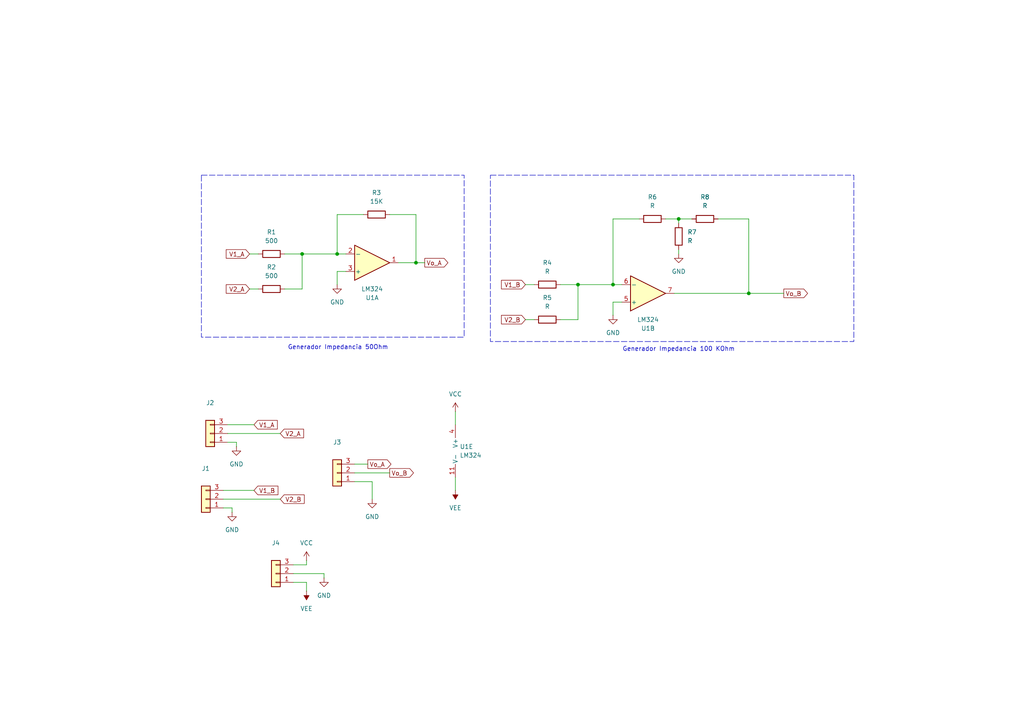
<source format=kicad_sch>
(kicad_sch (version 20231120) (generator "eeschema") (generator_version "8.0")
  (paper "A4")
  (title_block (title "Trabajo 2 SRA") (date "2024-11-25"))
  (lib_symbols
    (symbol "Amplifier_Operational:LM324" (pin_names (offset 0.127))
      (property "Reference" "U" (at 0 5.08 0))
      (property "Value" "LM324" (at 0 -5.08 0))
      (symbol "LM324_1_1"
        (polyline (pts (xy -5.08 5.08) (xy 5.08 0) (xy -5.08 -5.08) (xy -5.08 5.08)) (stroke (width 0.254)) (fill (type background)))
        (pin output line (at 7.62 0 180) (length 2.54) (name "~") (number "1"))
        (pin input line (at -7.62 -2.54 0) (length 2.54) (name "-") (number "2"))
        (pin input line (at -7.62 2.54 0) (length 2.54) (name "+") (number "3"))
      )
      (symbol "LM324_2_1"
        (polyline (pts (xy -5.08 5.08) (xy 5.08 0) (xy -5.08 -5.08) (xy -5.08 5.08)) (stroke (width 0.254)) (fill (type background)))
        (pin input line (at -7.62 2.54 0) (length 2.54) (name "+") (number "5"))
        (pin input line (at -7.62 -2.54 0) (length 2.54) (name "-") (number "6"))
        (pin output line (at 7.62 0 180) (length 2.54) (name "~") (number "7"))
      )
      (symbol "LM324_3_1"
        (polyline (pts (xy -5.08 5.08) (xy 5.08 0) (xy -5.08 -5.08) (xy -5.08 5.08)) (stroke (width 0.254)) (fill (type background)))
        (pin input line (at -7.62 2.54 0) (length 2.54) (name "+") (number "10"))
        (pin output line (at 7.62 0 180) (length 2.54) (name "~") (number "8"))
        (pin input line (at -7.62 -2.54 0) (length 2.54) (name "-") (number "9"))
      )
      (symbol "LM324_4_1"
        (polyline (pts (xy -5.08 5.08) (xy 5.08 0) (xy -5.08 -5.08) (xy -5.08 5.08)) (stroke (width 0.254)) (fill (type background)))
        (pin input line (at -7.62 2.54 0) (length 2.54) (name "+") (number "12"))
        (pin input line (at -7.62 -2.54 0) (length 2.54) (name "-") (number "13"))
        (pin output line (at 7.62 0 180) (length 2.54) (name "~") (number "14"))
      )
      (symbol "LM324_5_1"
        (pin power_in line (at -2.54 -7.62 90) (length 3.81) (name "V-") (number "11"))
        (pin power_in line (at -2.54 7.62 270) (length 3.81) (name "V+") (number "4"))
      )
    )
    (symbol "Connector_Generic:Conn_01x03" (pin_names (offset 1.016) hide)
      (property "Reference" "J" (at 0 5.08 0))
      (property "Value" "Conn_01x03" (at 0 -5.08 0))
      (symbol "Conn_01x03_1_1"
        (rectangle (start -1.27 -2.413) (end 0 -2.667) (stroke (width 0.1524)))
        (rectangle (start -1.27 0.127) (end 0 -0.127) (stroke (width 0.1524)))
        (rectangle (start -1.27 2.667) (end 0 2.413) (stroke (width 0.1524)))
        (rectangle (start -1.27 3.81) (end 1.27 -3.81) (stroke (width 0.254)) (fill (type background)))
        (pin passive line (at -5.08 2.54 0) (length 3.81) (name "Pin_1") (number "1"))
        (pin passive line (at -5.08 0 0) (length 3.81) (name "Pin_2") (number "2"))
        (pin passive line (at -5.08 -2.54 0) (length 3.81) (name "Pin_3") (number "3"))
      )
    )
    (symbol "Device:R" (pin_numbers hide) (pin_names (offset 0))
      (property "Reference" "R" (at 2.032 0 90))
      (property "Value" "R" (at 0 0 90))
      (symbol "R_0_1"
        (rectangle (start -1.016 -2.54) (end 1.016 2.54) (stroke (width 0.254)))
      )
      (symbol "R_1_1"
        (pin passive line (at 0 3.81 270) (length 1.27) (name "~") (number "1"))
        (pin passive line (at 0 -3.81 90) (length 1.27) (name "~") (number "2"))
      )
    )
    (symbol "power:GND" (power) (pin_numbers hide) (pin_names (offset 0) hide)
      (property "Value" "GND" (at 0 -3.81 0))
      (symbol "GND_0_1"
        (polyline (pts (xy 0 0) (xy 0 -1.27) (xy 1.27 -1.27) (xy 0 -2.54) (xy -1.27 -1.27) (xy 0 -1.27)))
      )
      (symbol "GND_1_1"
        (pin power_in line (at 0 0 270) (length 0) (name "~") (number "1"))
      )
    )
    (symbol "power:VCC" (power) (pin_numbers hide) (pin_names (offset 0) hide)
      (property "Value" "VCC" (at 0 3.556 0))
      (symbol "VCC_0_1"
        (polyline (pts (xy -0.762 1.27) (xy 0 2.54)))
        (polyline (pts (xy 0 0) (xy 0 2.54)))
        (polyline (pts (xy 0 2.54) (xy 0.762 1.27)))
      )
      (symbol "VCC_1_1"
        (pin power_in line (at 0 0 90) (length 0) (name "~") (number "1"))
      )
    )
    (symbol "power:VEE" (power) (pin_numbers hide) (pin_names (offset 0) hide)
      (property "Value" "VEE" (at 0 3.556 0))
      (symbol "VEE_0_1"
        (polyline (pts (xy 0 0) (xy 0 2.54)))
        (polyline (pts (xy 0.762 1.27) (xy -0.762 1.27) (xy 0 2.54) (xy 0.762 1.27)) (fill (type outline)))
      )
      (symbol "VEE_1_1"
        (pin power_in line (at 0 0 90) (length 0) (name "~") (number "1"))
      )
    )
  )
  (junction (at 120.65 76.2))
  (junction (at 97.79 73.66))
  (junction (at 87.63 73.66))
  (junction (at 177.8 82.55))
  (junction (at 167.64 82.55))
  (junction (at 196.85 63.5))
  (junction (at 217.17 85.09))
  (wire (pts (xy 97.79 82.55) (xy 97.79 78.74)))
  (wire (pts (xy 177.8 87.63) (xy 180.34 87.63)))
  (wire (pts (xy 82.55 73.66) (xy 87.63 73.66)))
  (wire (pts (xy 208.28 63.5) (xy 217.17 63.5)))
  (wire (pts (xy 88.9 168.91) (xy 88.9 171.45)))
  (wire (pts (xy 64.77 147.32) (xy 67.31 147.32)))
  (wire (pts (xy 162.56 82.55) (xy 167.64 82.55)))
  (wire (pts (xy 88.9 163.83) (xy 88.9 162.56)))
  (wire (pts (xy 167.64 92.71) (xy 167.64 82.55)))
  (wire (pts (xy 66.04 123.19) (xy 73.66 123.19)))
  (wire (pts (xy 185.42 63.5) (xy 177.8 63.5)))
  (wire (pts (xy 97.79 62.23) (xy 97.79 73.66)))
  (wire (pts (xy 97.79 78.74) (xy 100.33 78.74)))
  (wire (pts (xy 193.04 63.5) (xy 196.85 63.5)))
  (wire (pts (xy 64.77 142.24) (xy 73.66 142.24)))
  (wire (pts (xy 162.56 92.71) (xy 167.64 92.71)))
  (wire (pts (xy 85.09 168.91) (xy 88.9 168.91)))
  (wire (pts (xy 120.65 62.23) (xy 120.65 76.2)))
  (wire (pts (xy 85.09 166.37) (xy 93.98 166.37)))
  (wire (pts (xy 132.08 119.38) (xy 132.08 123.19)))
  (wire (pts (xy 72.39 73.66) (xy 74.93 73.66)))
  (wire (pts (xy 152.4 92.71) (xy 154.94 92.71)))
  (wire (pts (xy 102.87 134.62) (xy 106.68 134.62)))
  (wire (pts (xy 82.55 83.82) (xy 87.63 83.82)))
  (wire (pts (xy 87.63 83.82) (xy 87.63 73.66)))
  (wire (pts (xy 196.85 72.39) (xy 196.85 73.66)))
  (wire (pts (xy 177.8 91.44) (xy 177.8 87.63)))
  (wire (pts (xy 107.95 144.78) (xy 107.95 139.7)))
  (wire (pts (xy 68.58 128.27) (xy 68.58 129.54)))
  (wire (pts (xy 66.04 128.27) (xy 68.58 128.27)))
  (wire (pts (xy 97.79 73.66) (xy 100.33 73.66)))
  (wire (pts (xy 152.4 82.55) (xy 154.94 82.55)))
  (wire (pts (xy 177.8 82.55) (xy 180.34 82.55)))
  (wire (pts (xy 107.95 139.7) (xy 102.87 139.7)))
  (wire (pts (xy 64.77 144.78) (xy 81.28 144.78)))
  (wire (pts (xy 66.04 125.73) (xy 81.28 125.73)))
  (wire (pts (xy 177.8 63.5) (xy 177.8 82.55)))
  (wire (pts (xy 196.85 63.5) (xy 200.66 63.5)))
  (wire (pts (xy 113.03 62.23) (xy 120.65 62.23)))
  (wire (pts (xy 72.39 83.82) (xy 74.93 83.82)))
  (wire (pts (xy 120.65 76.2) (xy 115.57 76.2)))
  (wire (pts (xy 217.17 85.09) (xy 227.33 85.09)))
  (wire (pts (xy 132.08 138.43) (xy 132.08 142.24)))
  (wire (pts (xy 87.63 73.66) (xy 97.79 73.66)))
  (wire (pts (xy 105.41 62.23) (xy 97.79 62.23)))
  (wire (pts (xy 217.17 63.5) (xy 217.17 85.09)))
  (wire (pts (xy 102.87 137.16) (xy 113.03 137.16)))
  (wire (pts (xy 195.58 85.09) (xy 217.17 85.09)))
  (wire (pts (xy 120.65 76.2) (xy 123.19 76.2)))
  (wire (pts (xy 196.85 63.5) (xy 196.85 64.77)))
  (wire (pts (xy 67.31 147.32) (xy 67.31 148.59)))
  (wire (pts (xy 93.98 166.37) (xy 93.98 167.64)))
  (wire (pts (xy 85.09 163.83) (xy 88.9 163.83)))
  (wire (pts (xy 167.64 82.55) (xy 177.8 82.55)))
  (rectangle (start 58.42 50.8) (end 134.62 97.79) (stroke (width 0) (type dash)))
  (rectangle (start 142.24 50.8) (end 247.65 99.06) (stroke (width 0) (type dash)))
  (text "Generador Impedancia 100 KOhm" (at 196.85 101.346 0) (effects (font (size 1.27 1.27))))
  (text "Generador Impedancia 50Ohm" (at 98.044 100.838 0) (effects (font (size 1.27 1.27))))
  (global_label "V1_B" (shape input) (at 152.4 82.55 180) (property "Intersheetrefs" "${INTERSHEET_REFS}" (effects (hide yes))))
  (global_label "V1_A" (shape input) (at 72.39 73.66 180) (property "Intersheetrefs" "${INTERSHEET_REFS}" (effects (hide yes))))
  (global_label "V2_A" (shape input) (at 81.28 125.73 0) (property "Intersheetrefs" "${INTERSHEET_REFS}" (effects (hide yes))))
  (global_label "V2_B" (shape input) (at 81.28 144.78 0) (property "Intersheetrefs" "${INTERSHEET_REFS}" (effects (hide yes))))
  (global_label "V2_A" (shape input) (at 72.39 83.82 180) (property "Intersheetrefs" "${INTERSHEET_REFS}" (effects (hide yes))))
  (global_label "V1_A" (shape input) (at 73.66 123.19 0) (property "Intersheetrefs" "${INTERSHEET_REFS}" (effects (hide yes))))
  (global_label "V2_B" (shape input) (at 152.4 92.71 180) (property "Intersheetrefs" "${INTERSHEET_REFS}" (effects (hide yes))))
  (global_label "V1_B" (shape input) (at 73.66 142.24 0) (property "Intersheetrefs" "${INTERSHEET_REFS}" (effects (hide yes))))
  (global_label "Vo_B" (shape output) (at 113.03 137.16 0) (property "Intersheetrefs" "${INTERSHEET_REFS}" (effects (hide yes))))
  (global_label "Vo_B" (shape output) (at 227.33 85.09 0) (property "Intersheetrefs" "${INTERSHEET_REFS}" (effects (hide yes))))
  (global_label "Vo_A" (shape output) (at 123.19 76.2 0) (property "Intersheetrefs" "${INTERSHEET_REFS}" (effects (hide yes))))
  (global_label "Vo_A" (shape output) (at 106.68 134.62 0) (property "Intersheetrefs" "${INTERSHEET_REFS}" (effects (hide yes))))
  (symbol (lib_id "power:GND") (at 177.8 91.44 0) (unit 1)
    (property "Reference" "#PWR06" (effects (hide yes)))
    (property "Value" "GND" (at 177.8 96.52 0))
    (property "Description" "Power symbol creates a global label with name \"GND\" , ground" (effects (hide yes)))
  )
  (symbol (lib_id "Amplifier_Operational:LM324") (at 107.95 76.2 0) (mirror x) (unit 1)
    (property "Reference" "U1" (at 107.95 86.36 0))
    (property "Value" "LM324" (at 107.95 83.82 0))
    (property "Footprint" "Package_DIP:DIP-14_W7.62mm_Socket_LongPads" (effects (hide yes)))
    (property "Datasheet" "http://www.ti.com/lit/ds/symlink/lm2902-n.pdf" (effects (hide yes)))
    (property "Description" "Low-Power, Quad-Operational Amplifiers, DIP-14/SOIC-14/SSOP-14" (effects (hide yes)))
  )
  (symbol (lib_id "power:GND") (at 97.79 82.55 0) (unit 1)
    (property "Reference" "#PWR03" (effects (hide yes)))
    (property "Value" "GND" (at 97.79 87.63 0))
    (property "Description" "Power symbol creates a global label with name \"GND\" , ground" (effects (hide yes)))
  )
  (symbol (lib_id "power:GND") (at 107.95 144.78 0) (unit 1)
    (property "Reference" "#PWR05" (effects (hide yes)))
    (property "Value" "GND" (at 107.95 149.86 0))
    (property "Description" "Power symbol creates a global label with name \"GND\" , ground" (effects (hide yes)))
  )
  (symbol (lib_id "power:GND") (at 196.85 73.66 0) (unit 1)
    (property "Reference" "#PWR08" (effects (hide yes)))
    (property "Value" "GND" (at 196.85 78.74 0))
    (property "Description" "Power symbol creates a global label with name \"GND\" , ground" (effects (hide yes)))
  )
  (symbol (lib_id "Device:R") (at 78.74 83.82 90) (unit 1)
    (property "Reference" "R2" (at 78.74 77.47 90))
    (property "Value" "500" (at 78.74 80.01 90))
    (property "Footprint" "Resistor_THT:R_Axial_DIN0309_L9.0mm_D3.2mm_P15.24mm_Horizontal" (effects (hide yes)))
    (property "Description" "Resistor" (effects (hide yes)))
  )
  (symbol (lib_id "Device:R") (at 204.47 63.5 90) (unit 1)
    (property "Reference" "R8" (at 204.47 57.15 90))
    (property "Value" "R" (at 204.47 59.69 90))
    (property "Footprint" "Resistor_THT:R_Axial_DIN0309_L9.0mm_D3.2mm_P15.24mm_Horizontal" (effects (hide yes)))
    (property "Description" "Resistor" (effects (hide yes)))
  )
  (symbol (lib_id "Amplifier_Operational:LM324") (at 134.62 130.81 0) (unit 5)
    (property "Reference" "U1" (at 133.35 129.5399 0) (effects (justify left)))
    (property "Value" "LM324" (at 133.35 132.0799 0) (effects (justify left)))
    (property "Footprint" "Package_DIP:DIP-14_W7.62mm_Socket_LongPads" (effects (hide yes)))
    (property "Datasheet" "http://www.ti.com/lit/ds/symlink/lm2902-n.pdf" (effects (hide yes)))
    (property "Description" "Low-Power, Quad-Operational Amplifiers, DIP-14/SOIC-14/SSOP-14" (effects (hide yes)))
  )
  (symbol (lib_id "Connector_Generic:Conn_01x03") (at 59.69 144.78 180) (unit 1)
    (property "Reference" "J1" (at 59.69 135.89 0))
    (property "Value" "Conn_01x03" (effects (hide yes)))
    (property "Footprint" "Connector_PinHeader_2.54mm:PinHeader_1x03_P2.54mm_Vertical" (effects (hide yes)))
    (property "Description" "Generic connector, single row, 01x03, script generated (kicad-library-utils/schlib/autogen/connector/)" (effects (hide yes)))
  )
  (symbol (lib_id "Device:R") (at 158.75 92.71 90) (unit 1)
    (property "Reference" "R5" (at 158.75 86.36 90))
    (property "Value" "R" (at 158.75 88.9 90))
    (property "Footprint" "Resistor_THT:R_Axial_DIN0309_L9.0mm_D3.2mm_P15.24mm_Horizontal" (effects (hide yes)))
    (property "Description" "Resistor" (effects (hide yes)))
  )
  (symbol (lib_id "Amplifier_Operational:LM324") (at 187.96 85.09 0) (mirror x) (unit 2)
    (property "Reference" "U1" (at 187.96 95.25 0))
    (property "Value" "LM324" (at 187.96 92.71 0))
    (property "Footprint" "Package_DIP:DIP-14_W7.62mm_Socket_LongPads" (effects (hide yes)))
    (property "Datasheet" "http://www.ti.com/lit/ds/symlink/lm2902-n.pdf" (effects (hide yes)))
    (property "Description" "Low-Power, Quad-Operational Amplifiers, DIP-14/SOIC-14/SSOP-14" (effects (hide yes)))
  )
  (symbol (lib_id "power:GND") (at 93.98 167.64 0) (unit 1)
    (property "Reference" "#PWR011" (effects (hide yes)))
    (property "Value" "GND" (at 93.98 172.72 0))
    (property "Description" "Power symbol creates a global label with name \"GND\" , ground" (effects (hide yes)))
  )
  (symbol (lib_id "power:VEE") (at 88.9 171.45 180) (unit 1)
    (property "Reference" "#PWR09" (effects (hide yes)))
    (property "Value" "VEE" (at 88.9 176.53 0))
    (property "Description" "Power symbol creates a global label with name \"VEE\"" (effects (hide yes)))
  )
  (symbol (lib_id "power:VCC") (at 132.08 119.38 0) (unit 1)
    (property "Reference" "#PWR01" (effects (hide yes)))
    (property "Value" "VCC" (at 132.08 114.3 0))
    (property "Description" "Power symbol creates a global label with name \"VCC\"" (effects (hide yes)))
  )
  (symbol (lib_id "Device:R") (at 158.75 82.55 90) (unit 1)
    (property "Reference" "R4" (at 158.75 76.2 90))
    (property "Value" "R" (at 158.75 78.74 90))
    (property "Footprint" "Resistor_THT:R_Axial_DIN0309_L9.0mm_D3.2mm_P15.24mm_Horizontal" (effects (hide yes)))
    (property "Description" "Resistor" (effects (hide yes)))
  )
  (symbol (lib_id "power:GND") (at 67.31 148.59 0) (unit 1)
    (property "Reference" "#PWR07" (effects (hide yes)))
    (property "Value" "GND" (at 67.31 153.67 0))
    (property "Description" "Power symbol creates a global label with name \"GND\" , ground" (effects (hide yes)))
  )
  (symbol (lib_id "Device:R") (at 189.23 63.5 90) (unit 1)
    (property "Reference" "R6" (at 189.23 57.15 90))
    (property "Value" "R" (at 189.23 59.69 90))
    (property "Footprint" "Resistor_THT:R_Axial_DIN0309_L9.0mm_D3.2mm_P15.24mm_Horizontal" (effects (hide yes)))
    (property "Description" "Resistor" (effects (hide yes)))
  )
  (symbol (lib_id "power:GND") (at 68.58 129.54 0) (unit 1)
    (property "Reference" "#PWR04" (effects (hide yes)))
    (property "Value" "GND" (at 68.58 134.62 0))
    (property "Description" "Power symbol creates a global label with name \"GND\" , ground" (effects (hide yes)))
  )
  (symbol (lib_id "Device:R") (at 196.85 68.58 0) (unit 1)
    (property "Reference" "R7" (at 199.39 67.3099 0) (effects (justify left)))
    (property "Value" "R" (at 199.39 69.8499 0) (effects (justify left)))
    (property "Footprint" "Resistor_THT:R_Axial_DIN0309_L9.0mm_D3.2mm_P15.24mm_Horizontal" (effects (hide yes)))
    (property "Description" "Resistor" (effects (hide yes)))
  )
  (symbol (lib_id "Connector_Generic:Conn_01x03") (at 80.01 166.37 180) (unit 1)
    (property "Reference" "J4" (at 80.01 157.48 0))
    (property "Value" "Conn_01x03" (effects (hide yes)))
    (property "Footprint" "Connector_PinHeader_2.54mm:PinHeader_1x03_P2.54mm_Vertical" (effects (hide yes)))
    (property "Description" "Generic connector, single row, 01x03, script generated (kicad-library-utils/schlib/autogen/connector/)" (effects (hide yes)))
  )
  (symbol (lib_id "power:VCC") (at 88.9 162.56 0) (unit 1)
    (property "Reference" "#PWR010" (effects (hide yes)))
    (property "Value" "VCC" (at 88.9 157.48 0))
    (property "Description" "Power symbol creates a global label with name \"VCC\"" (effects (hide yes)))
  )
  (symbol (lib_id "Connector_Generic:Conn_01x03") (at 60.96 125.73 180) (unit 1)
    (property "Reference" "J2" (at 60.96 116.84 0))
    (property "Value" "Conn_01x03" (effects (hide yes)))
    (property "Footprint" "Connector_PinHeader_2.54mm:PinHeader_1x03_P2.54mm_Vertical" (effects (hide yes)))
    (property "Description" "Generic connector, single row, 01x03, script generated (kicad-library-utils/schlib/autogen/connector/)" (effects (hide yes)))
  )
  (symbol (lib_id "power:VEE") (at 132.08 142.24 180) (unit 1)
    (property "Reference" "#PWR02" (effects (hide yes)))
    (property "Value" "VEE" (at 132.08 147.32 0))
    (property "Description" "Power symbol creates a global label with name \"VEE\"" (effects (hide yes)))
  )
  (symbol (lib_id "Device:R") (at 109.22 62.23 90) (unit 1)
    (property "Reference" "R3" (at 109.22 55.88 90))
    (property "Value" "15K" (at 109.22 58.42 90))
    (property "Footprint" "Resistor_THT:R_Axial_DIN0309_L9.0mm_D3.2mm_P15.24mm_Horizontal" (effects (hide yes)))
    (property "Description" "Resistor" (effects (hide yes)))
  )
  (symbol (lib_id "Connector_Generic:Conn_01x03") (at 97.79 137.16 180) (unit 1)
    (property "Reference" "J3" (at 97.79 128.27 0))
    (property "Value" "Conn_01x03" (effects (hide yes)))
    (property "Footprint" "Connector_PinHeader_2.54mm:PinHeader_1x03_P2.54mm_Vertical" (effects (hide yes)))
    (property "Description" "Generic connector, single row, 01x03, script generated (kicad-library-utils/schlib/autogen/connector/)" (effects (hide yes)))
  )
  (symbol (lib_id "Device:R") (at 78.74 73.66 90) (unit 1)
    (property "Reference" "R1" (at 78.74 67.31 90))
    (property "Value" "500" (at 78.74 69.85 90))
    (property "Footprint" "Resistor_THT:R_Axial_DIN0309_L9.0mm_D3.2mm_P15.24mm_Horizontal" (effects (hide yes)))
    (property "Description" "Resistor" (effects (hide yes)))
  )
)
</source>
